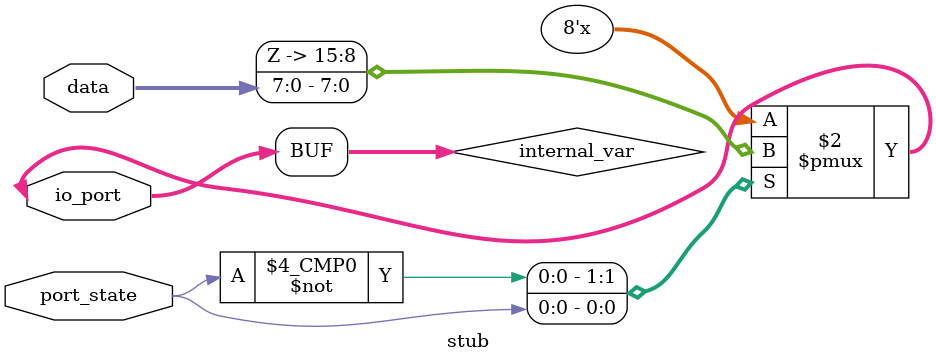
<source format=sv>
typedef enum logic {IS_INPUT, IS_OUTPUT} port_state_t;

module stub (
  inout wire  [7:0] io_port,
  input logic [7:0] data,
  input port_state_t port_state
);
  
  logic [7:0] internal_var;
  
  always_comb
    unique case (port_state)
      IS_INPUT : internal_var = 'z;
      IS_OUTPUT: internal_var = data;
    endcase
  
  assign io_port = internal_var;
  
  // Alternative code without internal variable:
  //assign io_port = (port_state == IS_OUTPUT) ? data : 'z ;
  
endmodule

</source>
